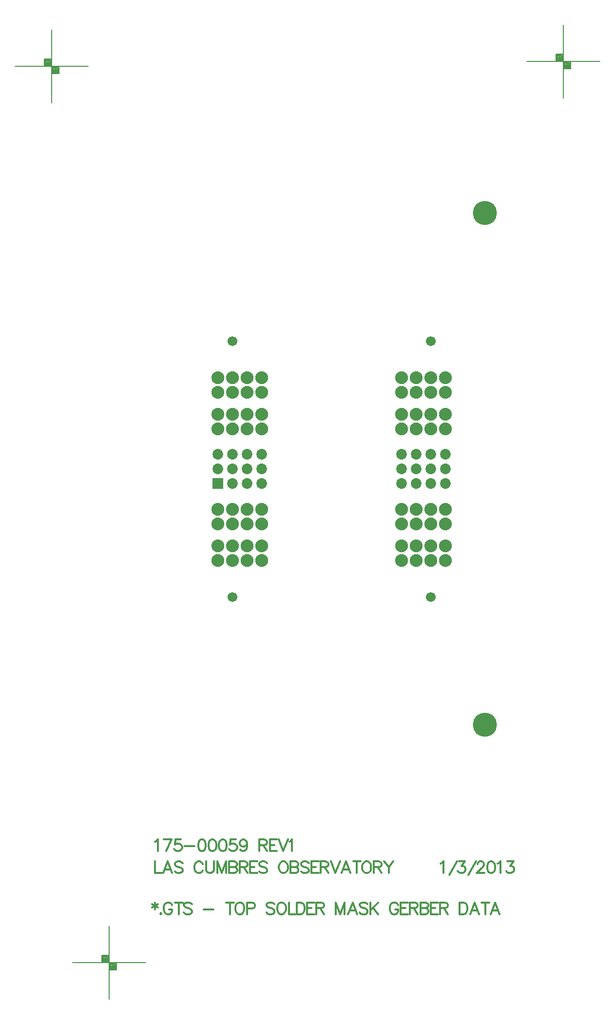
<source format=gts>
%FSLAX23Y23*%
%MOIN*%
G70*
G01*
G75*
G04 Layer_Color=8388736*
%ADD10C,0.010*%
%ADD11C,0.012*%
%ADD12C,0.008*%
%ADD13C,0.012*%
%ADD14C,0.012*%
%ADD15C,0.080*%
%ADD16C,0.065*%
%ADD17C,0.059*%
%ADD18R,0.065X0.065*%
%ADD19C,0.157*%
%ADD20C,0.040*%
%ADD21C,0.092*%
%ADD22C,0.190*%
%ADD23C,0.206*%
%ADD24C,0.005*%
%ADD25C,0.020*%
%ADD26C,0.007*%
%ADD27R,0.198X0.152*%
%ADD28C,0.088*%
%ADD29C,0.073*%
%ADD30C,0.067*%
%ADD31R,0.073X0.073*%
%ADD32C,0.165*%
D11*
X15612Y6704D02*
Y6658D01*
X15593Y6693D02*
X15632Y6670D01*
Y6693D02*
X15593Y6670D01*
X15652Y6632D02*
X15648Y6628D01*
X15652Y6624D01*
X15656Y6628D01*
X15652Y6632D01*
X15730Y6685D02*
X15726Y6693D01*
X15719Y6700D01*
X15711Y6704D01*
X15696D01*
X15688Y6700D01*
X15681Y6693D01*
X15677Y6685D01*
X15673Y6674D01*
Y6655D01*
X15677Y6643D01*
X15681Y6636D01*
X15688Y6628D01*
X15696Y6624D01*
X15711D01*
X15719Y6628D01*
X15726Y6636D01*
X15730Y6643D01*
Y6655D01*
X15711D02*
X15730D01*
X15775Y6704D02*
Y6624D01*
X15748Y6704D02*
X15802D01*
X15865Y6693D02*
X15857Y6700D01*
X15846Y6704D01*
X15830D01*
X15819Y6700D01*
X15811Y6693D01*
Y6685D01*
X15815Y6678D01*
X15819Y6674D01*
X15827Y6670D01*
X15849Y6662D01*
X15857Y6658D01*
X15861Y6655D01*
X15865Y6647D01*
Y6636D01*
X15857Y6628D01*
X15846Y6624D01*
X15830D01*
X15819Y6628D01*
X15811Y6636D01*
X15945Y6658D02*
X16014D01*
X16127Y6704D02*
Y6624D01*
X16100Y6704D02*
X16154D01*
X16186D02*
X16178Y6700D01*
X16171Y6693D01*
X16167Y6685D01*
X16163Y6674D01*
Y6655D01*
X16167Y6643D01*
X16171Y6636D01*
X16178Y6628D01*
X16186Y6624D01*
X16201D01*
X16209Y6628D01*
X16217Y6636D01*
X16220Y6643D01*
X16224Y6655D01*
Y6674D01*
X16220Y6685D01*
X16217Y6693D01*
X16209Y6700D01*
X16201Y6704D01*
X16186D01*
X16243Y6662D02*
X16277D01*
X16289Y6666D01*
X16292Y6670D01*
X16296Y6678D01*
Y6689D01*
X16292Y6697D01*
X16289Y6700D01*
X16277Y6704D01*
X16243D01*
Y6624D01*
X16430Y6693D02*
X16423Y6700D01*
X16411Y6704D01*
X16396D01*
X16384Y6700D01*
X16377Y6693D01*
Y6685D01*
X16381Y6678D01*
X16384Y6674D01*
X16392Y6670D01*
X16415Y6662D01*
X16423Y6658D01*
X16426Y6655D01*
X16430Y6647D01*
Y6636D01*
X16423Y6628D01*
X16411Y6624D01*
X16396D01*
X16384Y6628D01*
X16377Y6636D01*
X16471Y6704D02*
X16463Y6700D01*
X16456Y6693D01*
X16452Y6685D01*
X16448Y6674D01*
Y6655D01*
X16452Y6643D01*
X16456Y6636D01*
X16463Y6628D01*
X16471Y6624D01*
X16486D01*
X16494Y6628D01*
X16501Y6636D01*
X16505Y6643D01*
X16509Y6655D01*
Y6674D01*
X16505Y6685D01*
X16501Y6693D01*
X16494Y6700D01*
X16486Y6704D01*
X16471D01*
X16528D02*
Y6624D01*
X16573D01*
X16582Y6704D02*
Y6624D01*
Y6704D02*
X16609D01*
X16620Y6700D01*
X16628Y6693D01*
X16632Y6685D01*
X16635Y6674D01*
Y6655D01*
X16632Y6643D01*
X16628Y6636D01*
X16620Y6628D01*
X16609Y6624D01*
X16582D01*
X16703Y6704D02*
X16653D01*
Y6624D01*
X16703D01*
X16653Y6666D02*
X16684D01*
X16716Y6704D02*
Y6624D01*
Y6704D02*
X16751D01*
X16762Y6700D01*
X16766Y6697D01*
X16770Y6689D01*
Y6681D01*
X16766Y6674D01*
X16762Y6670D01*
X16751Y6666D01*
X16716D01*
X16743D02*
X16770Y6624D01*
X16850Y6704D02*
Y6624D01*
Y6704D02*
X16881Y6624D01*
X16911Y6704D02*
X16881Y6624D01*
X16911Y6704D02*
Y6624D01*
X16995D02*
X16965Y6704D01*
X16934Y6624D01*
X16946Y6651D02*
X16984D01*
X17067Y6693D02*
X17059Y6700D01*
X17048Y6704D01*
X17033D01*
X17021Y6700D01*
X17014Y6693D01*
Y6685D01*
X17018Y6678D01*
X17021Y6674D01*
X17029Y6670D01*
X17052Y6662D01*
X17059Y6658D01*
X17063Y6655D01*
X17067Y6647D01*
Y6636D01*
X17059Y6628D01*
X17048Y6624D01*
X17033D01*
X17021Y6628D01*
X17014Y6636D01*
X17085Y6704D02*
Y6624D01*
X17138Y6704D02*
X17085Y6651D01*
X17104Y6670D02*
X17138Y6624D01*
X17276Y6685D02*
X17272Y6693D01*
X17265Y6700D01*
X17257Y6704D01*
X17242D01*
X17234Y6700D01*
X17227Y6693D01*
X17223Y6685D01*
X17219Y6674D01*
Y6655D01*
X17223Y6643D01*
X17227Y6636D01*
X17234Y6628D01*
X17242Y6624D01*
X17257D01*
X17265Y6628D01*
X17272Y6636D01*
X17276Y6643D01*
Y6655D01*
X17257D02*
X17276D01*
X17344Y6704D02*
X17294D01*
Y6624D01*
X17344D01*
X17294Y6666D02*
X17325D01*
X17357Y6704D02*
Y6624D01*
Y6704D02*
X17392D01*
X17403Y6700D01*
X17407Y6697D01*
X17411Y6689D01*
Y6681D01*
X17407Y6674D01*
X17403Y6670D01*
X17392Y6666D01*
X17357D01*
X17384D02*
X17411Y6624D01*
X17428Y6704D02*
Y6624D01*
Y6704D02*
X17463D01*
X17474Y6700D01*
X17478Y6697D01*
X17482Y6689D01*
Y6681D01*
X17478Y6674D01*
X17474Y6670D01*
X17463Y6666D01*
X17428D02*
X17463D01*
X17474Y6662D01*
X17478Y6658D01*
X17482Y6651D01*
Y6639D01*
X17478Y6632D01*
X17474Y6628D01*
X17463Y6624D01*
X17428D01*
X17549Y6704D02*
X17500D01*
Y6624D01*
X17549D01*
X17500Y6666D02*
X17530D01*
X17563Y6704D02*
Y6624D01*
Y6704D02*
X17597D01*
X17608Y6700D01*
X17612Y6697D01*
X17616Y6689D01*
Y6681D01*
X17612Y6674D01*
X17608Y6670D01*
X17597Y6666D01*
X17563D01*
X17589D02*
X17616Y6624D01*
X17697Y6704D02*
Y6624D01*
Y6704D02*
X17723D01*
X17735Y6700D01*
X17742Y6693D01*
X17746Y6685D01*
X17750Y6674D01*
Y6655D01*
X17746Y6643D01*
X17742Y6636D01*
X17735Y6628D01*
X17723Y6624D01*
X17697D01*
X17829D02*
X17798Y6704D01*
X17768Y6624D01*
X17779Y6651D02*
X17817D01*
X17874Y6704D02*
Y6624D01*
X17847Y6704D02*
X17901D01*
X17971Y6624D02*
X17941Y6704D01*
X17910Y6624D01*
X17922Y6651D02*
X17960D01*
D12*
X15050Y6294D02*
X15550D01*
X15300Y6044D02*
Y6544D01*
X15250Y6294D02*
Y6344D01*
X15300D01*
X15350Y6244D02*
Y6294D01*
X15300Y6244D02*
X15350D01*
X15305Y6289D02*
X15345D01*
Y6249D02*
Y6289D01*
X15305Y6249D02*
X15345D01*
X15305D02*
Y6289D01*
X15310Y6284D02*
X15340D01*
Y6254D02*
Y6284D01*
X15310Y6254D02*
X15340D01*
X15310D02*
Y6279D01*
X15315D02*
X15335D01*
Y6259D02*
Y6279D01*
X15315Y6259D02*
X15335D01*
X15315D02*
Y6274D01*
X15320D02*
X15330D01*
Y6264D02*
Y6274D01*
X15320Y6264D02*
X15330D01*
X15320D02*
Y6274D01*
Y6269D02*
X15330D01*
X15255Y6339D02*
X15295D01*
Y6299D02*
Y6339D01*
X15255Y6299D02*
X15295D01*
X15255D02*
Y6339D01*
X15260Y6334D02*
X15290D01*
Y6304D02*
Y6334D01*
X15260Y6304D02*
X15290D01*
X15260D02*
Y6329D01*
X15265D02*
X15285D01*
Y6309D02*
Y6329D01*
X15265Y6309D02*
X15285D01*
X15265D02*
Y6324D01*
X15270D02*
X15280D01*
Y6314D02*
Y6324D01*
X15270Y6314D02*
X15280D01*
X15270D02*
Y6324D01*
Y6319D02*
X15280D01*
X14657Y12424D02*
X15157D01*
X14907Y12174D02*
Y12674D01*
X14857Y12424D02*
Y12474D01*
X14907D01*
X14957Y12374D02*
Y12424D01*
X14907Y12374D02*
X14957D01*
X14912Y12419D02*
X14952D01*
Y12379D02*
Y12419D01*
X14912Y12379D02*
X14952D01*
X14912D02*
Y12419D01*
X14917Y12414D02*
X14947D01*
Y12384D02*
Y12414D01*
X14917Y12384D02*
X14947D01*
X14917D02*
Y12409D01*
X14922D02*
X14942D01*
Y12389D02*
Y12409D01*
X14922Y12389D02*
X14942D01*
X14922D02*
Y12404D01*
X14927D02*
X14937D01*
Y12394D02*
Y12404D01*
X14927Y12394D02*
X14937D01*
X14927D02*
Y12404D01*
Y12399D02*
X14937D01*
X14862Y12469D02*
X14902D01*
Y12429D02*
Y12469D01*
X14862Y12429D02*
X14902D01*
X14862D02*
Y12469D01*
X14867Y12464D02*
X14897D01*
Y12434D02*
Y12464D01*
X14867Y12434D02*
X14897D01*
X14867D02*
Y12459D01*
X14872D02*
X14892D01*
Y12439D02*
Y12459D01*
X14872Y12439D02*
X14892D01*
X14872D02*
Y12454D01*
X14877D02*
X14887D01*
Y12444D02*
Y12454D01*
X14877Y12444D02*
X14887D01*
X14877D02*
Y12454D01*
Y12449D02*
X14887D01*
X18157Y12458D02*
X18657D01*
X18407Y12208D02*
Y12708D01*
X18357Y12458D02*
Y12508D01*
X18407D01*
X18457Y12408D02*
Y12458D01*
X18407Y12408D02*
X18457D01*
X18412Y12453D02*
X18452D01*
Y12413D02*
Y12453D01*
X18412Y12413D02*
X18452D01*
X18412D02*
Y12453D01*
X18417Y12448D02*
X18447D01*
Y12418D02*
Y12448D01*
X18417Y12418D02*
X18447D01*
X18417D02*
Y12443D01*
X18422D02*
X18442D01*
Y12423D02*
Y12443D01*
X18422Y12423D02*
X18442D01*
X18422D02*
Y12438D01*
X18427D02*
X18437D01*
Y12428D02*
Y12438D01*
X18427Y12428D02*
X18437D01*
X18427D02*
Y12438D01*
Y12433D02*
X18437D01*
X18362Y12503D02*
X18402D01*
Y12463D02*
Y12503D01*
X18362Y12463D02*
X18402D01*
X18362D02*
Y12503D01*
X18367Y12498D02*
X18397D01*
Y12468D02*
Y12498D01*
X18367Y12468D02*
X18397D01*
X18367D02*
Y12493D01*
X18372D02*
X18392D01*
Y12473D02*
Y12493D01*
X18372Y12473D02*
X18392D01*
X18372D02*
Y12488D01*
X18377D02*
X18387D01*
Y12478D02*
Y12488D01*
X18377Y12478D02*
X18387D01*
X18377D02*
Y12488D01*
Y12483D02*
X18387D01*
D13*
X15614Y7120D02*
X15622Y7123D01*
X15634Y7135D01*
Y7055D01*
X15726Y7135D02*
X15688Y7055D01*
X15673Y7135D02*
X15726D01*
X15790D02*
X15752D01*
X15748Y7101D01*
X15752Y7104D01*
X15763Y7108D01*
X15775D01*
X15786Y7104D01*
X15794Y7097D01*
X15798Y7085D01*
Y7078D01*
X15794Y7066D01*
X15786Y7059D01*
X15775Y7055D01*
X15763D01*
X15752Y7059D01*
X15748Y7062D01*
X15744Y7070D01*
X15816Y7089D02*
X15884D01*
X15931Y7135D02*
X15919Y7131D01*
X15912Y7120D01*
X15908Y7101D01*
Y7089D01*
X15912Y7070D01*
X15919Y7059D01*
X15931Y7055D01*
X15938D01*
X15950Y7059D01*
X15957Y7070D01*
X15961Y7089D01*
Y7101D01*
X15957Y7120D01*
X15950Y7131D01*
X15938Y7135D01*
X15931D01*
X16002D02*
X15990Y7131D01*
X15983Y7120D01*
X15979Y7101D01*
Y7089D01*
X15983Y7070D01*
X15990Y7059D01*
X16002Y7055D01*
X16009D01*
X16021Y7059D01*
X16028Y7070D01*
X16032Y7089D01*
Y7101D01*
X16028Y7120D01*
X16021Y7131D01*
X16009Y7135D01*
X16002D01*
X16073D02*
X16062Y7131D01*
X16054Y7120D01*
X16050Y7101D01*
Y7089D01*
X16054Y7070D01*
X16062Y7059D01*
X16073Y7055D01*
X16081D01*
X16092Y7059D01*
X16100Y7070D01*
X16103Y7089D01*
Y7101D01*
X16100Y7120D01*
X16092Y7131D01*
X16081Y7135D01*
X16073D01*
X16167D02*
X16129D01*
X16125Y7101D01*
X16129Y7104D01*
X16140Y7108D01*
X16152D01*
X16163Y7104D01*
X16171Y7097D01*
X16175Y7085D01*
Y7078D01*
X16171Y7066D01*
X16163Y7059D01*
X16152Y7055D01*
X16140D01*
X16129Y7059D01*
X16125Y7062D01*
X16121Y7070D01*
X16242Y7108D02*
X16238Y7097D01*
X16231Y7089D01*
X16219Y7085D01*
X16215D01*
X16204Y7089D01*
X16196Y7097D01*
X16193Y7108D01*
Y7112D01*
X16196Y7123D01*
X16204Y7131D01*
X16215Y7135D01*
X16219D01*
X16231Y7131D01*
X16238Y7123D01*
X16242Y7108D01*
Y7089D01*
X16238Y7070D01*
X16231Y7059D01*
X16219Y7055D01*
X16212D01*
X16200Y7059D01*
X16196Y7066D01*
X16327Y7135D02*
Y7055D01*
Y7135D02*
X16361D01*
X16372Y7131D01*
X16376Y7127D01*
X16380Y7120D01*
Y7112D01*
X16376Y7104D01*
X16372Y7101D01*
X16361Y7097D01*
X16327D01*
X16353D02*
X16380Y7055D01*
X16447Y7135D02*
X16398D01*
Y7055D01*
X16447D01*
X16398Y7097D02*
X16428D01*
X16461Y7135D02*
X16491Y7055D01*
X16522Y7135D02*
X16491Y7055D01*
X16532Y7120D02*
X16540Y7123D01*
X16551Y7135D01*
Y7055D01*
D14*
X15614Y6985D02*
Y6905D01*
X15660D01*
X15730D02*
X15699Y6985D01*
X15669Y6905D01*
X15680Y6931D02*
X15718D01*
X15802Y6973D02*
X15794Y6981D01*
X15783Y6985D01*
X15768D01*
X15756Y6981D01*
X15749Y6973D01*
Y6966D01*
X15752Y6958D01*
X15756Y6954D01*
X15764Y6950D01*
X15787Y6943D01*
X15794Y6939D01*
X15798Y6935D01*
X15802Y6928D01*
Y6916D01*
X15794Y6909D01*
X15783Y6905D01*
X15768D01*
X15756Y6909D01*
X15749Y6916D01*
X15940Y6966D02*
X15936Y6973D01*
X15928Y6981D01*
X15921Y6985D01*
X15905D01*
X15898Y6981D01*
X15890Y6973D01*
X15886Y6966D01*
X15883Y6954D01*
Y6935D01*
X15886Y6924D01*
X15890Y6916D01*
X15898Y6909D01*
X15905Y6905D01*
X15921D01*
X15928Y6909D01*
X15936Y6916D01*
X15940Y6924D01*
X15962Y6985D02*
Y6928D01*
X15966Y6916D01*
X15974Y6909D01*
X15985Y6905D01*
X15993D01*
X16004Y6909D01*
X16012Y6916D01*
X16016Y6928D01*
Y6985D01*
X16038D02*
Y6905D01*
Y6985D02*
X16068Y6905D01*
X16099Y6985D02*
X16068Y6905D01*
X16099Y6985D02*
Y6905D01*
X16121Y6985D02*
Y6905D01*
Y6985D02*
X16156D01*
X16167Y6981D01*
X16171Y6977D01*
X16175Y6970D01*
Y6962D01*
X16171Y6954D01*
X16167Y6950D01*
X16156Y6947D01*
X16121D02*
X16156D01*
X16167Y6943D01*
X16171Y6939D01*
X16175Y6931D01*
Y6920D01*
X16171Y6912D01*
X16167Y6909D01*
X16156Y6905D01*
X16121D01*
X16193Y6985D02*
Y6905D01*
Y6985D02*
X16227D01*
X16238Y6981D01*
X16242Y6977D01*
X16246Y6970D01*
Y6962D01*
X16242Y6954D01*
X16238Y6950D01*
X16227Y6947D01*
X16193D01*
X16219D02*
X16246Y6905D01*
X16313Y6985D02*
X16264D01*
Y6905D01*
X16313D01*
X16264Y6947D02*
X16294D01*
X16380Y6973D02*
X16372Y6981D01*
X16361Y6985D01*
X16346D01*
X16334Y6981D01*
X16327Y6973D01*
Y6966D01*
X16330Y6958D01*
X16334Y6954D01*
X16342Y6950D01*
X16365Y6943D01*
X16372Y6939D01*
X16376Y6935D01*
X16380Y6928D01*
Y6916D01*
X16372Y6909D01*
X16361Y6905D01*
X16346D01*
X16334Y6909D01*
X16327Y6916D01*
X16484Y6985D02*
X16476Y6981D01*
X16468Y6973D01*
X16465Y6966D01*
X16461Y6954D01*
Y6935D01*
X16465Y6924D01*
X16468Y6916D01*
X16476Y6909D01*
X16484Y6905D01*
X16499D01*
X16506Y6909D01*
X16514Y6916D01*
X16518Y6924D01*
X16522Y6935D01*
Y6954D01*
X16518Y6966D01*
X16514Y6973D01*
X16506Y6981D01*
X16499Y6985D01*
X16484D01*
X16540D02*
Y6905D01*
Y6985D02*
X16575D01*
X16586Y6981D01*
X16590Y6977D01*
X16594Y6970D01*
Y6962D01*
X16590Y6954D01*
X16586Y6950D01*
X16575Y6947D01*
X16540D02*
X16575D01*
X16586Y6943D01*
X16590Y6939D01*
X16594Y6931D01*
Y6920D01*
X16590Y6912D01*
X16586Y6909D01*
X16575Y6905D01*
X16540D01*
X16665Y6973D02*
X16657Y6981D01*
X16646Y6985D01*
X16631D01*
X16619Y6981D01*
X16612Y6973D01*
Y6966D01*
X16615Y6958D01*
X16619Y6954D01*
X16627Y6950D01*
X16650Y6943D01*
X16657Y6939D01*
X16661Y6935D01*
X16665Y6928D01*
Y6916D01*
X16657Y6909D01*
X16646Y6905D01*
X16631D01*
X16619Y6909D01*
X16612Y6916D01*
X16732Y6985D02*
X16683D01*
Y6905D01*
X16732D01*
X16683Y6947D02*
X16713D01*
X16746Y6985D02*
Y6905D01*
Y6985D02*
X16780D01*
X16791Y6981D01*
X16795Y6977D01*
X16799Y6970D01*
Y6962D01*
X16795Y6954D01*
X16791Y6950D01*
X16780Y6947D01*
X16746D01*
X16772D02*
X16799Y6905D01*
X16817Y6985D02*
X16847Y6905D01*
X16878Y6985D02*
X16847Y6905D01*
X16949D02*
X16919Y6985D01*
X16888Y6905D01*
X16900Y6931D02*
X16938D01*
X16994Y6985D02*
Y6905D01*
X16968Y6985D02*
X17021D01*
X17053D02*
X17046Y6981D01*
X17038Y6973D01*
X17034Y6966D01*
X17031Y6954D01*
Y6935D01*
X17034Y6924D01*
X17038Y6916D01*
X17046Y6909D01*
X17053Y6905D01*
X17069D01*
X17076Y6909D01*
X17084Y6916D01*
X17088Y6924D01*
X17091Y6935D01*
Y6954D01*
X17088Y6966D01*
X17084Y6973D01*
X17076Y6981D01*
X17069Y6985D01*
X17053D01*
X17110D02*
Y6905D01*
Y6985D02*
X17144D01*
X17156Y6981D01*
X17160Y6977D01*
X17163Y6970D01*
Y6962D01*
X17160Y6954D01*
X17156Y6950D01*
X17144Y6947D01*
X17110D01*
X17137D02*
X17163Y6905D01*
X17181Y6985D02*
X17212Y6947D01*
Y6905D01*
X17242Y6985D02*
X17212Y6947D01*
X17567Y6970D02*
X17574Y6973D01*
X17586Y6985D01*
Y6905D01*
X17625Y6893D02*
X17679Y6985D01*
X17692D02*
X17734D01*
X17711Y6954D01*
X17722D01*
X17730Y6950D01*
X17734Y6947D01*
X17737Y6935D01*
Y6928D01*
X17734Y6916D01*
X17726Y6909D01*
X17715Y6905D01*
X17703D01*
X17692Y6909D01*
X17688Y6912D01*
X17684Y6920D01*
X17755Y6893D02*
X17809Y6985D01*
X17818Y6966D02*
Y6970D01*
X17822Y6977D01*
X17825Y6981D01*
X17833Y6985D01*
X17848D01*
X17856Y6981D01*
X17860Y6977D01*
X17863Y6970D01*
Y6962D01*
X17860Y6954D01*
X17852Y6943D01*
X17814Y6905D01*
X17867D01*
X17908Y6985D02*
X17897Y6981D01*
X17889Y6970D01*
X17885Y6950D01*
Y6939D01*
X17889Y6920D01*
X17897Y6909D01*
X17908Y6905D01*
X17916D01*
X17927Y6909D01*
X17935Y6920D01*
X17939Y6939D01*
Y6950D01*
X17935Y6970D01*
X17927Y6981D01*
X17916Y6985D01*
X17908D01*
X17956Y6970D02*
X17964Y6973D01*
X17975Y6985D01*
Y6905D01*
X18023Y6985D02*
X18065D01*
X18042Y6954D01*
X18053D01*
X18061Y6950D01*
X18065Y6947D01*
X18068Y6935D01*
Y6928D01*
X18065Y6916D01*
X18057Y6909D01*
X18046Y6905D01*
X18034D01*
X18023Y6909D01*
X18019Y6912D01*
X18015Y6920D01*
D28*
X17599Y9394D02*
D03*
X17499D02*
D03*
X17399D02*
D03*
X17299D02*
D03*
Y9294D02*
D03*
X17399D02*
D03*
X17499D02*
D03*
X17599D02*
D03*
X17299Y9144D02*
D03*
X17399D02*
D03*
X17499D02*
D03*
X17599D02*
D03*
X17299Y9044D02*
D03*
X17399D02*
D03*
X17499D02*
D03*
X17599D02*
D03*
Y9944D02*
D03*
X17499D02*
D03*
X17399D02*
D03*
X17299D02*
D03*
X17599Y10044D02*
D03*
X17499D02*
D03*
X17399D02*
D03*
X17299D02*
D03*
X17599Y10194D02*
D03*
X17499D02*
D03*
X17399D02*
D03*
X17299D02*
D03*
Y10294D02*
D03*
X17399D02*
D03*
X17499D02*
D03*
X17599D02*
D03*
X16044D02*
D03*
X16144D02*
D03*
X16244D02*
D03*
X16344D02*
D03*
Y10194D02*
D03*
X16244D02*
D03*
X16144D02*
D03*
X16044D02*
D03*
X16344Y10044D02*
D03*
X16244D02*
D03*
X16144D02*
D03*
X16044D02*
D03*
X16344Y9944D02*
D03*
X16244D02*
D03*
X16144D02*
D03*
X16044D02*
D03*
Y9044D02*
D03*
X16144D02*
D03*
X16244D02*
D03*
X16344D02*
D03*
X16044Y9144D02*
D03*
X16144D02*
D03*
X16244D02*
D03*
X16344D02*
D03*
X16044Y9294D02*
D03*
X16144D02*
D03*
X16244D02*
D03*
X16344D02*
D03*
Y9394D02*
D03*
X16244D02*
D03*
X16144D02*
D03*
X16044D02*
D03*
D29*
X17299Y9769D02*
D03*
X17399D02*
D03*
X17499D02*
D03*
X17599D02*
D03*
X17299Y9669D02*
D03*
X17399D02*
D03*
X17499D02*
D03*
X17599D02*
D03*
X17299Y9569D02*
D03*
X17399D02*
D03*
X17499D02*
D03*
X17599D02*
D03*
X16144D02*
D03*
X16244D02*
D03*
X16344D02*
D03*
X16044Y9669D02*
D03*
X16144D02*
D03*
X16244D02*
D03*
X16344D02*
D03*
X16044Y9769D02*
D03*
X16144D02*
D03*
X16244D02*
D03*
X16344D02*
D03*
D30*
X17499Y10544D02*
D03*
Y8794D02*
D03*
X16144D02*
D03*
Y10544D02*
D03*
D31*
X16044Y9569D02*
D03*
D32*
X17870Y7919D02*
D03*
Y11419D02*
D03*
M02*

</source>
